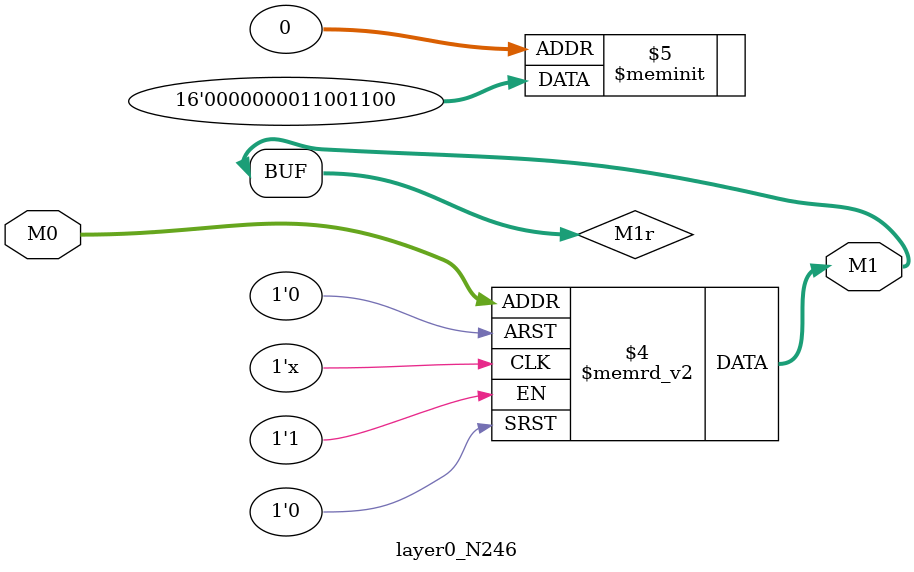
<source format=v>
module layer0_N246 ( input [2:0] M0, output [1:0] M1 );

	(*rom_style = "distributed" *) reg [1:0] M1r;
	assign M1 = M1r;
	always @ (M0) begin
		case (M0)
			3'b000: M1r = 2'b00;
			3'b100: M1r = 2'b00;
			3'b010: M1r = 2'b00;
			3'b110: M1r = 2'b00;
			3'b001: M1r = 2'b11;
			3'b101: M1r = 2'b00;
			3'b011: M1r = 2'b11;
			3'b111: M1r = 2'b00;

		endcase
	end
endmodule

</source>
